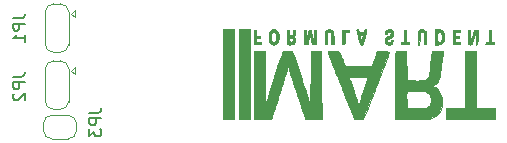
<source format=gbr>
%TF.GenerationSoftware,KiCad,Pcbnew,(5.1.8)-1*%
%TF.CreationDate,2021-05-07T13:22:02+02:00*%
%TF.ProjectId,Inputs_Volante,496e7075-7473-45f5-966f-6c616e74652e,rev?*%
%TF.SameCoordinates,Original*%
%TF.FileFunction,Legend,Bot*%
%TF.FilePolarity,Positive*%
%FSLAX46Y46*%
G04 Gerber Fmt 4.6, Leading zero omitted, Abs format (unit mm)*
G04 Created by KiCad (PCBNEW (5.1.8)-1) date 2021-05-07 13:22:02*
%MOMM*%
%LPD*%
G01*
G04 APERTURE LIST*
%ADD10C,0.010000*%
%ADD11C,0.120000*%
%ADD12C,0.150000*%
G04 APERTURE END LIST*
D10*
%TO.C,G\u002A\u002A\u002A*%
G36*
X108839000Y-93269514D02*
G01*
X107226100Y-93256100D01*
X107213142Y-88442800D01*
X106299000Y-88442800D01*
X106299000Y-90815623D01*
X106298838Y-91159078D01*
X106298368Y-91488467D01*
X106297612Y-91800192D01*
X106296594Y-92090654D01*
X106295337Y-92356255D01*
X106293863Y-92593397D01*
X106292196Y-92798481D01*
X106290359Y-92967911D01*
X106288374Y-93098086D01*
X106286265Y-93185410D01*
X106284055Y-93226284D01*
X106283582Y-93228623D01*
X106274481Y-93239932D01*
X106253351Y-93248931D01*
X106215007Y-93255875D01*
X106154262Y-93261021D01*
X106065929Y-93264625D01*
X105944822Y-93266944D01*
X105785756Y-93268234D01*
X105583542Y-93268751D01*
X105470782Y-93268800D01*
X104673400Y-93268800D01*
X104673400Y-94208600D01*
X108839000Y-94208600D01*
X108839000Y-93269514D01*
G37*
X108839000Y-93269514D02*
X107226100Y-93256100D01*
X107213142Y-88442800D01*
X106299000Y-88442800D01*
X106299000Y-90815623D01*
X106298838Y-91159078D01*
X106298368Y-91488467D01*
X106297612Y-91800192D01*
X106296594Y-92090654D01*
X106295337Y-92356255D01*
X106293863Y-92593397D01*
X106292196Y-92798481D01*
X106290359Y-92967911D01*
X106288374Y-93098086D01*
X106286265Y-93185410D01*
X106284055Y-93226284D01*
X106283582Y-93228623D01*
X106274481Y-93239932D01*
X106253351Y-93248931D01*
X106215007Y-93255875D01*
X106154262Y-93261021D01*
X106065929Y-93264625D01*
X105944822Y-93266944D01*
X105785756Y-93268234D01*
X105583542Y-93268751D01*
X105470782Y-93268800D01*
X104673400Y-93268800D01*
X104673400Y-94208600D01*
X108839000Y-94208600D01*
X108839000Y-93269514D01*
G36*
X101809550Y-94202494D02*
G01*
X102117538Y-94200487D01*
X102379069Y-94198399D01*
X102598485Y-94196084D01*
X102780130Y-94193395D01*
X102928345Y-94190185D01*
X103047474Y-94186309D01*
X103141859Y-94181618D01*
X103215843Y-94175967D01*
X103273769Y-94169209D01*
X103319978Y-94161196D01*
X103358815Y-94151783D01*
X103365300Y-94149946D01*
X103621838Y-94054099D01*
X103839495Y-93925919D01*
X104018474Y-93765116D01*
X104158977Y-93571399D01*
X104261207Y-93344476D01*
X104325368Y-93084057D01*
X104351662Y-92789851D01*
X104352384Y-92735400D01*
X104346057Y-92533190D01*
X104323516Y-92362580D01*
X104281333Y-92206005D01*
X104219078Y-92052381D01*
X104128291Y-91886978D01*
X104016192Y-91732094D01*
X103892113Y-91598208D01*
X103765383Y-91495803D01*
X103682332Y-91449444D01*
X103620579Y-91416265D01*
X103584792Y-91385556D01*
X103581200Y-91376500D01*
X103602351Y-91349610D01*
X103655336Y-91316300D01*
X103678778Y-91305125D01*
X103786314Y-91237018D01*
X103892622Y-91133473D01*
X103984368Y-91008387D01*
X104013723Y-90955982D01*
X104055242Y-90869937D01*
X104090563Y-90784107D01*
X104120990Y-90692022D01*
X104147828Y-90587210D01*
X104172379Y-90463199D01*
X104195948Y-90313519D01*
X104219839Y-90131696D01*
X104245355Y-89911261D01*
X104269541Y-89686380D01*
X104282567Y-89580532D01*
X104302767Y-89438410D01*
X104328054Y-89273686D01*
X104356341Y-89100034D01*
X104379976Y-88962480D01*
X104405787Y-88811964D01*
X104427234Y-88678682D01*
X104443141Y-88570660D01*
X104452333Y-88495921D01*
X104453632Y-88462492D01*
X104453365Y-88461850D01*
X104425497Y-88455823D01*
X104355005Y-88450581D01*
X104250062Y-88446447D01*
X104118843Y-88443746D01*
X103972603Y-88442800D01*
X103795668Y-88443715D01*
X103664441Y-88446683D01*
X103573858Y-88452039D01*
X103518855Y-88460117D01*
X103494369Y-88471253D01*
X103492423Y-88474550D01*
X103484372Y-88514685D01*
X103471944Y-88598067D01*
X103456037Y-88717416D01*
X103437546Y-88865453D01*
X103417370Y-89034900D01*
X103396404Y-89218478D01*
X103375545Y-89408906D01*
X103364895Y-89509600D01*
X103348440Y-89667028D01*
X103331257Y-89831035D01*
X103315276Y-89983236D01*
X103302425Y-90105243D01*
X103301327Y-90115633D01*
X103268665Y-90345098D01*
X103223314Y-90528713D01*
X103163811Y-90670170D01*
X103088690Y-90773163D01*
X103018555Y-90829025D01*
X102953619Y-90860580D01*
X102870592Y-90885423D01*
X102764090Y-90904060D01*
X102628732Y-90916996D01*
X102459134Y-90924737D01*
X102249916Y-90927788D01*
X101995693Y-90926656D01*
X101981000Y-90926490D01*
X101358700Y-90919300D01*
X101333300Y-88455500D01*
X100887249Y-88448584D01*
X100741564Y-88447291D01*
X100613793Y-88447989D01*
X100512480Y-88450484D01*
X100446163Y-88454581D01*
X100423699Y-88459167D01*
X100421396Y-88486370D01*
X100419182Y-88561146D01*
X100417076Y-88680269D01*
X100415098Y-88840511D01*
X100413266Y-89038645D01*
X100411602Y-89271446D01*
X100410124Y-89535687D01*
X100408852Y-89828139D01*
X100407806Y-90145578D01*
X100407005Y-90484775D01*
X100406469Y-90842505D01*
X100406217Y-91215540D01*
X100406200Y-91343833D01*
X100406200Y-92220847D01*
X101350315Y-92220847D01*
X101351006Y-92076668D01*
X101352611Y-91962298D01*
X101355068Y-91884729D01*
X101358313Y-91850948D01*
X101358322Y-91850926D01*
X101370193Y-91841089D01*
X101400583Y-91833523D01*
X101454343Y-91828077D01*
X101536326Y-91824599D01*
X101651385Y-91822938D01*
X101804371Y-91822944D01*
X102000138Y-91824465D01*
X102152498Y-91826192D01*
X102377625Y-91829262D01*
X102557935Y-91832585D01*
X102699410Y-91836535D01*
X102808031Y-91841483D01*
X102889783Y-91847803D01*
X102950646Y-91855866D01*
X102996603Y-91866046D01*
X103033636Y-91878715D01*
X103040260Y-91881478D01*
X103150216Y-91951542D01*
X103251048Y-92057112D01*
X103330414Y-92182999D01*
X103369956Y-92287343D01*
X103395178Y-92432554D01*
X103401113Y-92586944D01*
X103389100Y-92737043D01*
X103360479Y-92869378D01*
X103316589Y-92970479D01*
X103299725Y-92993811D01*
X103242452Y-93062439D01*
X103193392Y-93117935D01*
X103146560Y-93161692D01*
X103095969Y-93195100D01*
X103035634Y-93219552D01*
X102959568Y-93236439D01*
X102861786Y-93247152D01*
X102736302Y-93253084D01*
X102577128Y-93255626D01*
X102378281Y-93256170D01*
X102171500Y-93256100D01*
X101358700Y-93256100D01*
X101351923Y-92570679D01*
X101350600Y-92387848D01*
X101350315Y-92220847D01*
X100406200Y-92220847D01*
X100406200Y-94210999D01*
X101809550Y-94202494D01*
G37*
X101809550Y-94202494D02*
X102117538Y-94200487D01*
X102379069Y-94198399D01*
X102598485Y-94196084D01*
X102780130Y-94193395D01*
X102928345Y-94190185D01*
X103047474Y-94186309D01*
X103141859Y-94181618D01*
X103215843Y-94175967D01*
X103273769Y-94169209D01*
X103319978Y-94161196D01*
X103358815Y-94151783D01*
X103365300Y-94149946D01*
X103621838Y-94054099D01*
X103839495Y-93925919D01*
X104018474Y-93765116D01*
X104158977Y-93571399D01*
X104261207Y-93344476D01*
X104325368Y-93084057D01*
X104351662Y-92789851D01*
X104352384Y-92735400D01*
X104346057Y-92533190D01*
X104323516Y-92362580D01*
X104281333Y-92206005D01*
X104219078Y-92052381D01*
X104128291Y-91886978D01*
X104016192Y-91732094D01*
X103892113Y-91598208D01*
X103765383Y-91495803D01*
X103682332Y-91449444D01*
X103620579Y-91416265D01*
X103584792Y-91385556D01*
X103581200Y-91376500D01*
X103602351Y-91349610D01*
X103655336Y-91316300D01*
X103678778Y-91305125D01*
X103786314Y-91237018D01*
X103892622Y-91133473D01*
X103984368Y-91008387D01*
X104013723Y-90955982D01*
X104055242Y-90869937D01*
X104090563Y-90784107D01*
X104120990Y-90692022D01*
X104147828Y-90587210D01*
X104172379Y-90463199D01*
X104195948Y-90313519D01*
X104219839Y-90131696D01*
X104245355Y-89911261D01*
X104269541Y-89686380D01*
X104282567Y-89580532D01*
X104302767Y-89438410D01*
X104328054Y-89273686D01*
X104356341Y-89100034D01*
X104379976Y-88962480D01*
X104405787Y-88811964D01*
X104427234Y-88678682D01*
X104443141Y-88570660D01*
X104452333Y-88495921D01*
X104453632Y-88462492D01*
X104453365Y-88461850D01*
X104425497Y-88455823D01*
X104355005Y-88450581D01*
X104250062Y-88446447D01*
X104118843Y-88443746D01*
X103972603Y-88442800D01*
X103795668Y-88443715D01*
X103664441Y-88446683D01*
X103573858Y-88452039D01*
X103518855Y-88460117D01*
X103494369Y-88471253D01*
X103492423Y-88474550D01*
X103484372Y-88514685D01*
X103471944Y-88598067D01*
X103456037Y-88717416D01*
X103437546Y-88865453D01*
X103417370Y-89034900D01*
X103396404Y-89218478D01*
X103375545Y-89408906D01*
X103364895Y-89509600D01*
X103348440Y-89667028D01*
X103331257Y-89831035D01*
X103315276Y-89983236D01*
X103302425Y-90105243D01*
X103301327Y-90115633D01*
X103268665Y-90345098D01*
X103223314Y-90528713D01*
X103163811Y-90670170D01*
X103088690Y-90773163D01*
X103018555Y-90829025D01*
X102953619Y-90860580D01*
X102870592Y-90885423D01*
X102764090Y-90904060D01*
X102628732Y-90916996D01*
X102459134Y-90924737D01*
X102249916Y-90927788D01*
X101995693Y-90926656D01*
X101981000Y-90926490D01*
X101358700Y-90919300D01*
X101333300Y-88455500D01*
X100887249Y-88448584D01*
X100741564Y-88447291D01*
X100613793Y-88447989D01*
X100512480Y-88450484D01*
X100446163Y-88454581D01*
X100423699Y-88459167D01*
X100421396Y-88486370D01*
X100419182Y-88561146D01*
X100417076Y-88680269D01*
X100415098Y-88840511D01*
X100413266Y-89038645D01*
X100411602Y-89271446D01*
X100410124Y-89535687D01*
X100408852Y-89828139D01*
X100407806Y-90145578D01*
X100407005Y-90484775D01*
X100406469Y-90842505D01*
X100406217Y-91215540D01*
X100406200Y-91343833D01*
X100406200Y-92220847D01*
X101350315Y-92220847D01*
X101351006Y-92076668D01*
X101352611Y-91962298D01*
X101355068Y-91884729D01*
X101358313Y-91850948D01*
X101358322Y-91850926D01*
X101370193Y-91841089D01*
X101400583Y-91833523D01*
X101454343Y-91828077D01*
X101536326Y-91824599D01*
X101651385Y-91822938D01*
X101804371Y-91822944D01*
X102000138Y-91824465D01*
X102152498Y-91826192D01*
X102377625Y-91829262D01*
X102557935Y-91832585D01*
X102699410Y-91836535D01*
X102808031Y-91841483D01*
X102889783Y-91847803D01*
X102950646Y-91855866D01*
X102996603Y-91866046D01*
X103033636Y-91878715D01*
X103040260Y-91881478D01*
X103150216Y-91951542D01*
X103251048Y-92057112D01*
X103330414Y-92182999D01*
X103369956Y-92287343D01*
X103395178Y-92432554D01*
X103401113Y-92586944D01*
X103389100Y-92737043D01*
X103360479Y-92869378D01*
X103316589Y-92970479D01*
X103299725Y-92993811D01*
X103242452Y-93062439D01*
X103193392Y-93117935D01*
X103146560Y-93161692D01*
X103095969Y-93195100D01*
X103035634Y-93219552D01*
X102959568Y-93236439D01*
X102861786Y-93247152D01*
X102736302Y-93253084D01*
X102577128Y-93255626D01*
X102378281Y-93256170D01*
X102171500Y-93256100D01*
X101358700Y-93256100D01*
X101351923Y-92570679D01*
X101350600Y-92387848D01*
X101350315Y-92220847D01*
X100406200Y-92220847D01*
X100406200Y-94210999D01*
X101809550Y-94202494D01*
G36*
X97987039Y-93459300D02*
G01*
X98073296Y-93237565D01*
X98167291Y-92995726D01*
X98263647Y-92747633D01*
X98356988Y-92507134D01*
X98441935Y-92288078D01*
X98504796Y-92125800D01*
X98576130Y-91941680D01*
X98648743Y-91754543D01*
X98718286Y-91575576D01*
X98780413Y-91415963D01*
X98830774Y-91286892D01*
X98850380Y-91236800D01*
X98905923Y-91094530D01*
X98965254Y-90941564D01*
X99020104Y-90799261D01*
X99051914Y-90716100D01*
X99174742Y-90394698D01*
X99295374Y-90081972D01*
X99384559Y-89852500D01*
X99507992Y-89535242D01*
X99613265Y-89263561D01*
X99700993Y-89035836D01*
X99771793Y-88850441D01*
X99826280Y-88705753D01*
X99865070Y-88600147D01*
X99888779Y-88532000D01*
X99898022Y-88499688D01*
X99898200Y-88497730D01*
X99882321Y-88486929D01*
X99832121Y-88478802D01*
X99743753Y-88473129D01*
X99613370Y-88469690D01*
X99437126Y-88468268D01*
X99379831Y-88468200D01*
X98861463Y-88468200D01*
X98810679Y-88614250D01*
X98787742Y-88678665D01*
X98751729Y-88777974D01*
X98706116Y-88902763D01*
X98654379Y-89043617D01*
X98599994Y-89191122D01*
X98546436Y-89335862D01*
X98497182Y-89468425D01*
X98455708Y-89579395D01*
X98425489Y-89659357D01*
X98412023Y-89694010D01*
X98405143Y-89704662D01*
X98390949Y-89713427D01*
X98364998Y-89720453D01*
X98322849Y-89725887D01*
X98260060Y-89729877D01*
X98172189Y-89732569D01*
X98054794Y-89734113D01*
X97903433Y-89734653D01*
X97713665Y-89734340D01*
X97481048Y-89733319D01*
X97264199Y-89732110D01*
X96134432Y-89725500D01*
X95995215Y-89357200D01*
X95938795Y-89207491D01*
X95881127Y-89053692D01*
X95828110Y-88911591D01*
X95785647Y-88796973D01*
X95776836Y-88773000D01*
X95736881Y-88661628D01*
X95704817Y-88578421D01*
X95672857Y-88519307D01*
X95633212Y-88480212D01*
X95578092Y-88457063D01*
X95499708Y-88445785D01*
X95390273Y-88442306D01*
X95241998Y-88442553D01*
X95145478Y-88442800D01*
X94973821Y-88443407D01*
X94846908Y-88445524D01*
X94758694Y-88449597D01*
X94703134Y-88456070D01*
X94674185Y-88465388D01*
X94665800Y-88477996D01*
X94665800Y-88478113D01*
X94674751Y-88512920D01*
X94699208Y-88585332D01*
X94735572Y-88685882D01*
X94780249Y-88805103D01*
X94829639Y-88933527D01*
X94880147Y-89061688D01*
X94928176Y-89180118D01*
X94970128Y-89279351D01*
X94970848Y-89281000D01*
X94992288Y-89332358D01*
X95029645Y-89424325D01*
X95080253Y-89550232D01*
X95141443Y-89703408D01*
X95210549Y-89877186D01*
X95284902Y-90064895D01*
X95326414Y-90170000D01*
X95402483Y-90362466D01*
X95474728Y-90544613D01*
X95522779Y-90665300D01*
X96494868Y-90665300D01*
X96519946Y-90657488D01*
X96594530Y-90651507D01*
X96717361Y-90647389D01*
X96887177Y-90645166D01*
X97102717Y-90644869D01*
X97275643Y-90645790D01*
X97495649Y-90647610D01*
X97670073Y-90649613D01*
X97804135Y-90652137D01*
X97903054Y-90655524D01*
X97972048Y-90660116D01*
X98016335Y-90666253D01*
X98041136Y-90674276D01*
X98051668Y-90684526D01*
X98053215Y-90696590D01*
X98044370Y-90730821D01*
X98021765Y-90803717D01*
X97988540Y-90906036D01*
X97947834Y-91028538D01*
X97902788Y-91161980D01*
X97856542Y-91297121D01*
X97812237Y-91424720D01*
X97773012Y-91535536D01*
X97742008Y-91620328D01*
X97722922Y-91668600D01*
X97704245Y-91718929D01*
X97700170Y-91733955D01*
X97690253Y-91766794D01*
X97667112Y-91838248D01*
X97633867Y-91938832D01*
X97593636Y-92059059D01*
X97579079Y-92102255D01*
X97520656Y-92279283D01*
X97465440Y-92453971D01*
X97416041Y-92617432D01*
X97375066Y-92760778D01*
X97345123Y-92875120D01*
X97328820Y-92951570D01*
X97327786Y-92958657D01*
X97315805Y-93005971D01*
X97297310Y-93010679D01*
X97271472Y-92971225D01*
X97237461Y-92886056D01*
X97194447Y-92753617D01*
X97164549Y-92652809D01*
X97133220Y-92545941D01*
X97102316Y-92444061D01*
X97069630Y-92340727D01*
X97032959Y-92229497D01*
X96990098Y-92103930D01*
X96938843Y-91957583D01*
X96876988Y-91784014D01*
X96802330Y-91576781D01*
X96712664Y-91329442D01*
X96695556Y-91282355D01*
X96619486Y-91069944D01*
X96561094Y-90900077D01*
X96520781Y-90773993D01*
X96498952Y-90692933D01*
X96494868Y-90665300D01*
X95522779Y-90665300D01*
X95540485Y-90709771D01*
X95597089Y-90851272D01*
X95641876Y-90962447D01*
X95672181Y-91036626D01*
X95681607Y-91059000D01*
X95702109Y-91108259D01*
X95738902Y-91198730D01*
X95789573Y-91324397D01*
X95851707Y-91479241D01*
X95922891Y-91657246D01*
X96000708Y-91852393D01*
X96082746Y-92058665D01*
X96089234Y-92075000D01*
X96171696Y-92282524D01*
X96250247Y-92479960D01*
X96322443Y-92661188D01*
X96385844Y-92820087D01*
X96438007Y-92950537D01*
X96476489Y-93046417D01*
X96498849Y-93101607D01*
X96499711Y-93103700D01*
X96525471Y-93166743D01*
X96566258Y-93267285D01*
X96618172Y-93395685D01*
X96677316Y-93542298D01*
X96739790Y-93697481D01*
X96746152Y-93713300D01*
X96940195Y-94195900D01*
X97700338Y-94195900D01*
X97987039Y-93459300D01*
G37*
X97987039Y-93459300D02*
X98073296Y-93237565D01*
X98167291Y-92995726D01*
X98263647Y-92747633D01*
X98356988Y-92507134D01*
X98441935Y-92288078D01*
X98504796Y-92125800D01*
X98576130Y-91941680D01*
X98648743Y-91754543D01*
X98718286Y-91575576D01*
X98780413Y-91415963D01*
X98830774Y-91286892D01*
X98850380Y-91236800D01*
X98905923Y-91094530D01*
X98965254Y-90941564D01*
X99020104Y-90799261D01*
X99051914Y-90716100D01*
X99174742Y-90394698D01*
X99295374Y-90081972D01*
X99384559Y-89852500D01*
X99507992Y-89535242D01*
X99613265Y-89263561D01*
X99700993Y-89035836D01*
X99771793Y-88850441D01*
X99826280Y-88705753D01*
X99865070Y-88600147D01*
X99888779Y-88532000D01*
X99898022Y-88499688D01*
X99898200Y-88497730D01*
X99882321Y-88486929D01*
X99832121Y-88478802D01*
X99743753Y-88473129D01*
X99613370Y-88469690D01*
X99437126Y-88468268D01*
X99379831Y-88468200D01*
X98861463Y-88468200D01*
X98810679Y-88614250D01*
X98787742Y-88678665D01*
X98751729Y-88777974D01*
X98706116Y-88902763D01*
X98654379Y-89043617D01*
X98599994Y-89191122D01*
X98546436Y-89335862D01*
X98497182Y-89468425D01*
X98455708Y-89579395D01*
X98425489Y-89659357D01*
X98412023Y-89694010D01*
X98405143Y-89704662D01*
X98390949Y-89713427D01*
X98364998Y-89720453D01*
X98322849Y-89725887D01*
X98260060Y-89729877D01*
X98172189Y-89732569D01*
X98054794Y-89734113D01*
X97903433Y-89734653D01*
X97713665Y-89734340D01*
X97481048Y-89733319D01*
X97264199Y-89732110D01*
X96134432Y-89725500D01*
X95995215Y-89357200D01*
X95938795Y-89207491D01*
X95881127Y-89053692D01*
X95828110Y-88911591D01*
X95785647Y-88796973D01*
X95776836Y-88773000D01*
X95736881Y-88661628D01*
X95704817Y-88578421D01*
X95672857Y-88519307D01*
X95633212Y-88480212D01*
X95578092Y-88457063D01*
X95499708Y-88445785D01*
X95390273Y-88442306D01*
X95241998Y-88442553D01*
X95145478Y-88442800D01*
X94973821Y-88443407D01*
X94846908Y-88445524D01*
X94758694Y-88449597D01*
X94703134Y-88456070D01*
X94674185Y-88465388D01*
X94665800Y-88477996D01*
X94665800Y-88478113D01*
X94674751Y-88512920D01*
X94699208Y-88585332D01*
X94735572Y-88685882D01*
X94780249Y-88805103D01*
X94829639Y-88933527D01*
X94880147Y-89061688D01*
X94928176Y-89180118D01*
X94970128Y-89279351D01*
X94970848Y-89281000D01*
X94992288Y-89332358D01*
X95029645Y-89424325D01*
X95080253Y-89550232D01*
X95141443Y-89703408D01*
X95210549Y-89877186D01*
X95284902Y-90064895D01*
X95326414Y-90170000D01*
X95402483Y-90362466D01*
X95474728Y-90544613D01*
X95522779Y-90665300D01*
X96494868Y-90665300D01*
X96519946Y-90657488D01*
X96594530Y-90651507D01*
X96717361Y-90647389D01*
X96887177Y-90645166D01*
X97102717Y-90644869D01*
X97275643Y-90645790D01*
X97495649Y-90647610D01*
X97670073Y-90649613D01*
X97804135Y-90652137D01*
X97903054Y-90655524D01*
X97972048Y-90660116D01*
X98016335Y-90666253D01*
X98041136Y-90674276D01*
X98051668Y-90684526D01*
X98053215Y-90696590D01*
X98044370Y-90730821D01*
X98021765Y-90803717D01*
X97988540Y-90906036D01*
X97947834Y-91028538D01*
X97902788Y-91161980D01*
X97856542Y-91297121D01*
X97812237Y-91424720D01*
X97773012Y-91535536D01*
X97742008Y-91620328D01*
X97722922Y-91668600D01*
X97704245Y-91718929D01*
X97700170Y-91733955D01*
X97690253Y-91766794D01*
X97667112Y-91838248D01*
X97633867Y-91938832D01*
X97593636Y-92059059D01*
X97579079Y-92102255D01*
X97520656Y-92279283D01*
X97465440Y-92453971D01*
X97416041Y-92617432D01*
X97375066Y-92760778D01*
X97345123Y-92875120D01*
X97328820Y-92951570D01*
X97327786Y-92958657D01*
X97315805Y-93005971D01*
X97297310Y-93010679D01*
X97271472Y-92971225D01*
X97237461Y-92886056D01*
X97194447Y-92753617D01*
X97164549Y-92652809D01*
X97133220Y-92545941D01*
X97102316Y-92444061D01*
X97069630Y-92340727D01*
X97032959Y-92229497D01*
X96990098Y-92103930D01*
X96938843Y-91957583D01*
X96876988Y-91784014D01*
X96802330Y-91576781D01*
X96712664Y-91329442D01*
X96695556Y-91282355D01*
X96619486Y-91069944D01*
X96561094Y-90900077D01*
X96520781Y-90773993D01*
X96498952Y-90692933D01*
X96494868Y-90665300D01*
X95522779Y-90665300D01*
X95540485Y-90709771D01*
X95597089Y-90851272D01*
X95641876Y-90962447D01*
X95672181Y-91036626D01*
X95681607Y-91059000D01*
X95702109Y-91108259D01*
X95738902Y-91198730D01*
X95789573Y-91324397D01*
X95851707Y-91479241D01*
X95922891Y-91657246D01*
X96000708Y-91852393D01*
X96082746Y-92058665D01*
X96089234Y-92075000D01*
X96171696Y-92282524D01*
X96250247Y-92479960D01*
X96322443Y-92661188D01*
X96385844Y-92820087D01*
X96438007Y-92950537D01*
X96476489Y-93046417D01*
X96498849Y-93101607D01*
X96499711Y-93103700D01*
X96525471Y-93166743D01*
X96566258Y-93267285D01*
X96618172Y-93395685D01*
X96677316Y-93542298D01*
X96739790Y-93697481D01*
X96746152Y-93713300D01*
X96940195Y-94195900D01*
X97700338Y-94195900D01*
X97987039Y-93459300D01*
G36*
X89895104Y-94195900D02*
G01*
X89940770Y-94056200D01*
X89963304Y-93986488D01*
X89997682Y-93879163D01*
X90040451Y-93745051D01*
X90088157Y-93594983D01*
X90131168Y-93459300D01*
X90188389Y-93278692D01*
X90251303Y-93080356D01*
X90314004Y-92882895D01*
X90370588Y-92704910D01*
X90397267Y-92621100D01*
X90447896Y-92462051D01*
X90507967Y-92273170D01*
X90571567Y-92073053D01*
X90632788Y-91880293D01*
X90663700Y-91782900D01*
X90715423Y-91620343D01*
X90767579Y-91457231D01*
X90816001Y-91306541D01*
X90856520Y-91181248D01*
X90879859Y-91109800D01*
X90922573Y-90977749D01*
X90970360Y-90826452D01*
X91013927Y-90685389D01*
X91020017Y-90665300D01*
X91055018Y-90550709D01*
X91088854Y-90442066D01*
X91115913Y-90357322D01*
X91123258Y-90335100D01*
X91158812Y-90224185D01*
X91194783Y-90103274D01*
X91227289Y-89986403D01*
X91252446Y-89887607D01*
X91266374Y-89820923D01*
X91267273Y-89814400D01*
X91285032Y-89766597D01*
X91309881Y-89750900D01*
X91334786Y-89775812D01*
X91365455Y-89849414D01*
X91401204Y-89970009D01*
X91407002Y-89992200D01*
X91428084Y-90067702D01*
X91462341Y-90181474D01*
X91510077Y-90334441D01*
X91571593Y-90527528D01*
X91647190Y-90761661D01*
X91737173Y-91037765D01*
X91841842Y-91356764D01*
X91961499Y-91719585D01*
X92096448Y-92127151D01*
X92246990Y-92580389D01*
X92413428Y-93080224D01*
X92522923Y-93408500D01*
X92586158Y-93598141D01*
X92643938Y-93771742D01*
X92694375Y-93923603D01*
X92735579Y-94048021D01*
X92765661Y-94139295D01*
X92782730Y-94191722D01*
X92785953Y-94202250D01*
X92810329Y-94203924D01*
X92878958Y-94205431D01*
X92985293Y-94206714D01*
X93122787Y-94207710D01*
X93284892Y-94208359D01*
X93465063Y-94208600D01*
X94158017Y-94208600D01*
X94151558Y-91332050D01*
X94145100Y-88455500D01*
X93230700Y-88455500D01*
X93225185Y-90754200D01*
X93224348Y-91092810D01*
X93223497Y-91417765D01*
X93222645Y-91725359D01*
X93221805Y-92011884D01*
X93220987Y-92273633D01*
X93220206Y-92506898D01*
X93219473Y-92707972D01*
X93218801Y-92873147D01*
X93218202Y-92998717D01*
X93217689Y-93080972D01*
X93217274Y-93116207D01*
X93217267Y-93116400D01*
X93213602Y-93138517D01*
X93204471Y-93132188D01*
X93188687Y-93093765D01*
X93165061Y-93019603D01*
X93132407Y-92906056D01*
X93089534Y-92749475D01*
X93051768Y-92608400D01*
X93029075Y-92523117D01*
X93008970Y-92448207D01*
X92989962Y-92378987D01*
X92970556Y-92310768D01*
X92949259Y-92238865D01*
X92924579Y-92158590D01*
X92895023Y-92065258D01*
X92859096Y-91954181D01*
X92815307Y-91820673D01*
X92762162Y-91660048D01*
X92698168Y-91467619D01*
X92621832Y-91238699D01*
X92531661Y-90968603D01*
X92481271Y-90817700D01*
X92395024Y-90559322D01*
X92305954Y-90292336D01*
X92216969Y-90025467D01*
X92130976Y-89767440D01*
X92050882Y-89526980D01*
X91979596Y-89312811D01*
X91920024Y-89133660D01*
X91895143Y-89058750D01*
X91690675Y-88442800D01*
X90885401Y-88442800D01*
X90845255Y-88550750D01*
X90816607Y-88630846D01*
X90774335Y-88753308D01*
X90720080Y-88913127D01*
X90655484Y-89105297D01*
X90582190Y-89324809D01*
X90501837Y-89566655D01*
X90416070Y-89825827D01*
X90326528Y-90097318D01*
X90234855Y-90376118D01*
X90142691Y-90657221D01*
X90051678Y-90935619D01*
X89963459Y-91206302D01*
X89879674Y-91464264D01*
X89801967Y-91704496D01*
X89731977Y-91921990D01*
X89671348Y-92111739D01*
X89621721Y-92268734D01*
X89584737Y-92387967D01*
X89562038Y-92464431D01*
X89560847Y-92468700D01*
X89522548Y-92606328D01*
X89487255Y-92731791D01*
X89457969Y-92834522D01*
X89437691Y-92903954D01*
X89432000Y-92922468D01*
X89419198Y-92980796D01*
X89421559Y-93016191D01*
X89418409Y-93049925D01*
X89393500Y-93104431D01*
X89389505Y-93111174D01*
X89381913Y-93122092D01*
X89375242Y-93126349D01*
X89369446Y-93121018D01*
X89364477Y-93103171D01*
X89360287Y-93069882D01*
X89356827Y-93018223D01*
X89354051Y-92945267D01*
X89351911Y-92848087D01*
X89350358Y-92723755D01*
X89349346Y-92569345D01*
X89348826Y-92381928D01*
X89348750Y-92158579D01*
X89349072Y-91896369D01*
X89349743Y-91592372D01*
X89350716Y-91243660D01*
X89351942Y-90847306D01*
X89352048Y-90814001D01*
X89359597Y-88442800D01*
X88468200Y-88442800D01*
X88468200Y-94209392D01*
X89895104Y-94195900D01*
G37*
X89895104Y-94195900D02*
X89940770Y-94056200D01*
X89963304Y-93986488D01*
X89997682Y-93879163D01*
X90040451Y-93745051D01*
X90088157Y-93594983D01*
X90131168Y-93459300D01*
X90188389Y-93278692D01*
X90251303Y-93080356D01*
X90314004Y-92882895D01*
X90370588Y-92704910D01*
X90397267Y-92621100D01*
X90447896Y-92462051D01*
X90507967Y-92273170D01*
X90571567Y-92073053D01*
X90632788Y-91880293D01*
X90663700Y-91782900D01*
X90715423Y-91620343D01*
X90767579Y-91457231D01*
X90816001Y-91306541D01*
X90856520Y-91181248D01*
X90879859Y-91109800D01*
X90922573Y-90977749D01*
X90970360Y-90826452D01*
X91013927Y-90685389D01*
X91020017Y-90665300D01*
X91055018Y-90550709D01*
X91088854Y-90442066D01*
X91115913Y-90357322D01*
X91123258Y-90335100D01*
X91158812Y-90224185D01*
X91194783Y-90103274D01*
X91227289Y-89986403D01*
X91252446Y-89887607D01*
X91266374Y-89820923D01*
X91267273Y-89814400D01*
X91285032Y-89766597D01*
X91309881Y-89750900D01*
X91334786Y-89775812D01*
X91365455Y-89849414D01*
X91401204Y-89970009D01*
X91407002Y-89992200D01*
X91428084Y-90067702D01*
X91462341Y-90181474D01*
X91510077Y-90334441D01*
X91571593Y-90527528D01*
X91647190Y-90761661D01*
X91737173Y-91037765D01*
X91841842Y-91356764D01*
X91961499Y-91719585D01*
X92096448Y-92127151D01*
X92246990Y-92580389D01*
X92413428Y-93080224D01*
X92522923Y-93408500D01*
X92586158Y-93598141D01*
X92643938Y-93771742D01*
X92694375Y-93923603D01*
X92735579Y-94048021D01*
X92765661Y-94139295D01*
X92782730Y-94191722D01*
X92785953Y-94202250D01*
X92810329Y-94203924D01*
X92878958Y-94205431D01*
X92985293Y-94206714D01*
X93122787Y-94207710D01*
X93284892Y-94208359D01*
X93465063Y-94208600D01*
X94158017Y-94208600D01*
X94151558Y-91332050D01*
X94145100Y-88455500D01*
X93230700Y-88455500D01*
X93225185Y-90754200D01*
X93224348Y-91092810D01*
X93223497Y-91417765D01*
X93222645Y-91725359D01*
X93221805Y-92011884D01*
X93220987Y-92273633D01*
X93220206Y-92506898D01*
X93219473Y-92707972D01*
X93218801Y-92873147D01*
X93218202Y-92998717D01*
X93217689Y-93080972D01*
X93217274Y-93116207D01*
X93217267Y-93116400D01*
X93213602Y-93138517D01*
X93204471Y-93132188D01*
X93188687Y-93093765D01*
X93165061Y-93019603D01*
X93132407Y-92906056D01*
X93089534Y-92749475D01*
X93051768Y-92608400D01*
X93029075Y-92523117D01*
X93008970Y-92448207D01*
X92989962Y-92378987D01*
X92970556Y-92310768D01*
X92949259Y-92238865D01*
X92924579Y-92158590D01*
X92895023Y-92065258D01*
X92859096Y-91954181D01*
X92815307Y-91820673D01*
X92762162Y-91660048D01*
X92698168Y-91467619D01*
X92621832Y-91238699D01*
X92531661Y-90968603D01*
X92481271Y-90817700D01*
X92395024Y-90559322D01*
X92305954Y-90292336D01*
X92216969Y-90025467D01*
X92130976Y-89767440D01*
X92050882Y-89526980D01*
X91979596Y-89312811D01*
X91920024Y-89133660D01*
X91895143Y-89058750D01*
X91690675Y-88442800D01*
X90885401Y-88442800D01*
X90845255Y-88550750D01*
X90816607Y-88630846D01*
X90774335Y-88753308D01*
X90720080Y-88913127D01*
X90655484Y-89105297D01*
X90582190Y-89324809D01*
X90501837Y-89566655D01*
X90416070Y-89825827D01*
X90326528Y-90097318D01*
X90234855Y-90376118D01*
X90142691Y-90657221D01*
X90051678Y-90935619D01*
X89963459Y-91206302D01*
X89879674Y-91464264D01*
X89801967Y-91704496D01*
X89731977Y-91921990D01*
X89671348Y-92111739D01*
X89621721Y-92268734D01*
X89584737Y-92387967D01*
X89562038Y-92464431D01*
X89560847Y-92468700D01*
X89522548Y-92606328D01*
X89487255Y-92731791D01*
X89457969Y-92834522D01*
X89437691Y-92903954D01*
X89432000Y-92922468D01*
X89419198Y-92980796D01*
X89421559Y-93016191D01*
X89418409Y-93049925D01*
X89393500Y-93104431D01*
X89389505Y-93111174D01*
X89381913Y-93122092D01*
X89375242Y-93126349D01*
X89369446Y-93121018D01*
X89364477Y-93103171D01*
X89360287Y-93069882D01*
X89356827Y-93018223D01*
X89354051Y-92945267D01*
X89351911Y-92848087D01*
X89350358Y-92723755D01*
X89349346Y-92569345D01*
X89348826Y-92381928D01*
X89348750Y-92158579D01*
X89349072Y-91896369D01*
X89349743Y-91592372D01*
X89350716Y-91243660D01*
X89351942Y-90847306D01*
X89352048Y-90814001D01*
X89359597Y-88442800D01*
X88468200Y-88442800D01*
X88468200Y-94209392D01*
X89895104Y-94195900D01*
G36*
X108669155Y-87850766D02*
G01*
X108740457Y-87842780D01*
X108762704Y-87833355D01*
X108771276Y-87790567D01*
X108768319Y-87732291D01*
X108757012Y-87686494D01*
X108730847Y-87663212D01*
X108674944Y-87652984D01*
X108639455Y-87650332D01*
X108521500Y-87642700D01*
X108507748Y-86614000D01*
X108418576Y-86614000D01*
X108349446Y-86624115D01*
X108315461Y-86650339D01*
X108311471Y-86686358D01*
X108308835Y-86764441D01*
X108307650Y-86875865D01*
X108308010Y-87011911D01*
X108309908Y-87158088D01*
X108312932Y-87328644D01*
X108313662Y-87455010D01*
X108309985Y-87543797D01*
X108299792Y-87601615D01*
X108280972Y-87635074D01*
X108251414Y-87650785D01*
X108209009Y-87655357D01*
X108151645Y-87655401D01*
X108151122Y-87655400D01*
X108087524Y-87659734D01*
X108051706Y-87670526D01*
X108049041Y-87674450D01*
X108046044Y-87711439D01*
X108042691Y-87769700D01*
X108038900Y-87845900D01*
X108392540Y-87852996D01*
X108552249Y-87854221D01*
X108669155Y-87850766D01*
G37*
X108669155Y-87850766D02*
X108740457Y-87842780D01*
X108762704Y-87833355D01*
X108771276Y-87790567D01*
X108768319Y-87732291D01*
X108757012Y-87686494D01*
X108730847Y-87663212D01*
X108674944Y-87652984D01*
X108639455Y-87650332D01*
X108521500Y-87642700D01*
X108507748Y-86614000D01*
X108418576Y-86614000D01*
X108349446Y-86624115D01*
X108315461Y-86650339D01*
X108311471Y-86686358D01*
X108308835Y-86764441D01*
X108307650Y-86875865D01*
X108308010Y-87011911D01*
X108309908Y-87158088D01*
X108312932Y-87328644D01*
X108313662Y-87455010D01*
X108309985Y-87543797D01*
X108299792Y-87601615D01*
X108280972Y-87635074D01*
X108251414Y-87650785D01*
X108209009Y-87655357D01*
X108151645Y-87655401D01*
X108151122Y-87655400D01*
X108087524Y-87659734D01*
X108051706Y-87670526D01*
X108049041Y-87674450D01*
X108046044Y-87711439D01*
X108042691Y-87769700D01*
X108038900Y-87845900D01*
X108392540Y-87852996D01*
X108552249Y-87854221D01*
X108669155Y-87850766D01*
G36*
X106764006Y-87882156D02*
G01*
X106825340Y-87869352D01*
X106849881Y-87852250D01*
X106866365Y-87815732D01*
X106894878Y-87742007D01*
X106931551Y-87642122D01*
X106972516Y-87527119D01*
X107013907Y-87408043D01*
X107051855Y-87295936D01*
X107082493Y-87201845D01*
X107101953Y-87136811D01*
X107105615Y-87122000D01*
X107130545Y-87050533D01*
X107153596Y-87008399D01*
X107167117Y-86988382D01*
X107177170Y-86977238D01*
X107184333Y-86980840D01*
X107189181Y-87005062D01*
X107192294Y-87055777D01*
X107194246Y-87138858D01*
X107195617Y-87260179D01*
X107196982Y-87425613D01*
X107197202Y-87452200D01*
X107200700Y-87871300D01*
X107260779Y-87879801D01*
X107318049Y-87876485D01*
X107346874Y-87862286D01*
X107352668Y-87832234D01*
X107357946Y-87759522D01*
X107362576Y-87652290D01*
X107366429Y-87518676D01*
X107369375Y-87366819D01*
X107371285Y-87204858D01*
X107372027Y-87040932D01*
X107371473Y-86883180D01*
X107369491Y-86739741D01*
X107366510Y-86633050D01*
X107343144Y-86622521D01*
X107283737Y-86615603D01*
X107228853Y-86614000D01*
X107148843Y-86616106D01*
X107105038Y-86626750D01*
X107082887Y-86652418D01*
X107072174Y-86683850D01*
X107055740Y-86741358D01*
X107044815Y-86775724D01*
X107031143Y-86812707D01*
X107029436Y-86817200D01*
X107016598Y-86853739D01*
X106990872Y-86929019D01*
X106955463Y-87033598D01*
X106913572Y-87158032D01*
X106891930Y-87222559D01*
X106768900Y-87589817D01*
X106762001Y-87101909D01*
X106755103Y-86614000D01*
X106580189Y-86614000D01*
X106572944Y-87212792D01*
X106571728Y-87383671D01*
X106572240Y-87538645D01*
X106574325Y-87670138D01*
X106577827Y-87770572D01*
X106582590Y-87832369D01*
X106586012Y-87847792D01*
X106623546Y-87871024D01*
X106689809Y-87882596D01*
X106764006Y-87882156D01*
G37*
X106764006Y-87882156D02*
X106825340Y-87869352D01*
X106849881Y-87852250D01*
X106866365Y-87815732D01*
X106894878Y-87742007D01*
X106931551Y-87642122D01*
X106972516Y-87527119D01*
X107013907Y-87408043D01*
X107051855Y-87295936D01*
X107082493Y-87201845D01*
X107101953Y-87136811D01*
X107105615Y-87122000D01*
X107130545Y-87050533D01*
X107153596Y-87008399D01*
X107167117Y-86988382D01*
X107177170Y-86977238D01*
X107184333Y-86980840D01*
X107189181Y-87005062D01*
X107192294Y-87055777D01*
X107194246Y-87138858D01*
X107195617Y-87260179D01*
X107196982Y-87425613D01*
X107197202Y-87452200D01*
X107200700Y-87871300D01*
X107260779Y-87879801D01*
X107318049Y-87876485D01*
X107346874Y-87862286D01*
X107352668Y-87832234D01*
X107357946Y-87759522D01*
X107362576Y-87652290D01*
X107366429Y-87518676D01*
X107369375Y-87366819D01*
X107371285Y-87204858D01*
X107372027Y-87040932D01*
X107371473Y-86883180D01*
X107369491Y-86739741D01*
X107366510Y-86633050D01*
X107343144Y-86622521D01*
X107283737Y-86615603D01*
X107228853Y-86614000D01*
X107148843Y-86616106D01*
X107105038Y-86626750D01*
X107082887Y-86652418D01*
X107072174Y-86683850D01*
X107055740Y-86741358D01*
X107044815Y-86775724D01*
X107031143Y-86812707D01*
X107029436Y-86817200D01*
X107016598Y-86853739D01*
X106990872Y-86929019D01*
X106955463Y-87033598D01*
X106913572Y-87158032D01*
X106891930Y-87222559D01*
X106768900Y-87589817D01*
X106762001Y-87101909D01*
X106755103Y-86614000D01*
X106580189Y-86614000D01*
X106572944Y-87212792D01*
X106571728Y-87383671D01*
X106572240Y-87538645D01*
X106574325Y-87670138D01*
X106577827Y-87770572D01*
X106582590Y-87832369D01*
X106586012Y-87847792D01*
X106623546Y-87871024D01*
X106689809Y-87882596D01*
X106764006Y-87882156D01*
G36*
X105556050Y-87853057D02*
G01*
X105854500Y-87845900D01*
X105854500Y-87668100D01*
X105448100Y-87642700D01*
X105440336Y-87535721D01*
X105442105Y-87454529D01*
X105456193Y-87386707D01*
X105461393Y-87374892D01*
X105482884Y-87345624D01*
X105516336Y-87330631D01*
X105575391Y-87326684D01*
X105653359Y-87329472D01*
X105816506Y-87337900D01*
X105816400Y-87172800D01*
X105665814Y-87172800D01*
X105552548Y-87164200D01*
X105480943Y-87135298D01*
X105444332Y-87081439D01*
X105435746Y-87012236D01*
X105438884Y-86920120D01*
X105453823Y-86862772D01*
X105490303Y-86831980D01*
X105558061Y-86819527D01*
X105666837Y-86817201D01*
X105666962Y-86817200D01*
X105867200Y-86817200D01*
X105867200Y-86614000D01*
X105257600Y-86614000D01*
X105257600Y-87860213D01*
X105556050Y-87853057D01*
G37*
X105556050Y-87853057D02*
X105854500Y-87845900D01*
X105854500Y-87668100D01*
X105448100Y-87642700D01*
X105440336Y-87535721D01*
X105442105Y-87454529D01*
X105456193Y-87386707D01*
X105461393Y-87374892D01*
X105482884Y-87345624D01*
X105516336Y-87330631D01*
X105575391Y-87326684D01*
X105653359Y-87329472D01*
X105816506Y-87337900D01*
X105816400Y-87172800D01*
X105665814Y-87172800D01*
X105552548Y-87164200D01*
X105480943Y-87135298D01*
X105444332Y-87081439D01*
X105435746Y-87012236D01*
X105438884Y-86920120D01*
X105453823Y-86862772D01*
X105490303Y-86831980D01*
X105558061Y-86819527D01*
X105666837Y-86817201D01*
X105666962Y-86817200D01*
X105867200Y-86817200D01*
X105867200Y-86614000D01*
X105257600Y-86614000D01*
X105257600Y-87860213D01*
X105556050Y-87853057D01*
G36*
X100944109Y-87867525D02*
G01*
X101020488Y-87865967D01*
X101126309Y-87864274D01*
X101250893Y-87862632D01*
X101269800Y-87862410D01*
X101600000Y-87858600D01*
X101600000Y-87658055D01*
X101466650Y-87650378D01*
X101333300Y-87642700D01*
X101319548Y-86614000D01*
X101115491Y-86614000D01*
X101118466Y-87108457D01*
X101118586Y-87262820D01*
X101117162Y-87400227D01*
X101114404Y-87512417D01*
X101110521Y-87591130D01*
X101105723Y-87628104D01*
X101105221Y-87629157D01*
X101072024Y-87645021D01*
X101007268Y-87654355D01*
X100974740Y-87655400D01*
X100860479Y-87655400D01*
X100868289Y-87763350D01*
X100880511Y-87836112D01*
X100902102Y-87868011D01*
X100907850Y-87868760D01*
X100944109Y-87867525D01*
G37*
X100944109Y-87867525D02*
X101020488Y-87865967D01*
X101126309Y-87864274D01*
X101250893Y-87862632D01*
X101269800Y-87862410D01*
X101600000Y-87858600D01*
X101600000Y-87658055D01*
X101466650Y-87650378D01*
X101333300Y-87642700D01*
X101319548Y-86614000D01*
X101115491Y-86614000D01*
X101118466Y-87108457D01*
X101118586Y-87262820D01*
X101117162Y-87400227D01*
X101114404Y-87512417D01*
X101110521Y-87591130D01*
X101105723Y-87628104D01*
X101105221Y-87629157D01*
X101072024Y-87645021D01*
X101007268Y-87654355D01*
X100974740Y-87655400D01*
X100860479Y-87655400D01*
X100868289Y-87763350D01*
X100880511Y-87836112D01*
X100902102Y-87868011D01*
X100907850Y-87868760D01*
X100944109Y-87867525D01*
G36*
X96066559Y-87862926D02*
G01*
X96087674Y-87861423D01*
X96096552Y-87835786D01*
X96104493Y-87764214D01*
X96111196Y-87651569D01*
X96116364Y-87502712D01*
X96119424Y-87344250D01*
X96126300Y-86829900D01*
X96310450Y-86822438D01*
X96494600Y-86814975D01*
X96494600Y-86614000D01*
X95910400Y-86614000D01*
X95910400Y-87236300D01*
X95911423Y-87447068D01*
X95914425Y-87617355D01*
X95919305Y-87744687D01*
X95925964Y-87826590D01*
X95934300Y-87860591D01*
X95935800Y-87861423D01*
X95981076Y-87863810D01*
X96012000Y-87864245D01*
X96066559Y-87862926D01*
G37*
X96066559Y-87862926D02*
X96087674Y-87861423D01*
X96096552Y-87835786D01*
X96104493Y-87764214D01*
X96111196Y-87651569D01*
X96116364Y-87502712D01*
X96119424Y-87344250D01*
X96126300Y-86829900D01*
X96310450Y-86822438D01*
X96494600Y-86814975D01*
X96494600Y-86614000D01*
X95910400Y-86614000D01*
X95910400Y-87236300D01*
X95911423Y-87447068D01*
X95914425Y-87617355D01*
X95919305Y-87744687D01*
X95925964Y-87826590D01*
X95934300Y-87860591D01*
X95935800Y-87861423D01*
X95981076Y-87863810D01*
X96012000Y-87864245D01*
X96066559Y-87862926D01*
G36*
X93503513Y-87853409D02*
G01*
X93657868Y-87845900D01*
X93655912Y-87236300D01*
X93653957Y-86626700D01*
X93575678Y-86618741D01*
X93497400Y-86610782D01*
X93497400Y-86938865D01*
X93496010Y-87081260D01*
X93492233Y-87222388D01*
X93486656Y-87345400D01*
X93480301Y-87429425D01*
X93470562Y-87513716D01*
X93462535Y-87552907D01*
X93453691Y-87552521D01*
X93441502Y-87518079D01*
X93440800Y-87515700D01*
X93419308Y-87431368D01*
X93405450Y-87363300D01*
X93389755Y-87287048D01*
X93368035Y-87198808D01*
X93364420Y-87185500D01*
X93345930Y-87115624D01*
X93334309Y-87066150D01*
X93332964Y-87058500D01*
X93321853Y-87004999D01*
X93301433Y-86926230D01*
X93277850Y-86845315D01*
X93268800Y-86817200D01*
X93246316Y-86740814D01*
X93232280Y-86683850D01*
X93210292Y-86631958D01*
X93164127Y-86614674D01*
X93144069Y-86614000D01*
X93099201Y-86620002D01*
X93069032Y-86645028D01*
X93046515Y-86699616D01*
X93025107Y-86791800D01*
X93014755Y-86838808D01*
X92997833Y-86912212D01*
X92990310Y-86944200D01*
X92971376Y-87025449D01*
X92956145Y-87092924D01*
X92952614Y-87109300D01*
X92925023Y-87237111D01*
X92898747Y-87352016D01*
X92876173Y-87444174D01*
X92859684Y-87503745D01*
X92852779Y-87521088D01*
X92840610Y-87509547D01*
X92830162Y-87453044D01*
X92821879Y-87357402D01*
X92816208Y-87228443D01*
X92813595Y-87071990D01*
X92813493Y-87007700D01*
X92813679Y-86881287D01*
X92813647Y-86772096D01*
X92813415Y-86690807D01*
X92812998Y-86648098D01*
X92812924Y-86645750D01*
X92790907Y-86623231D01*
X92741842Y-86614637D01*
X92687514Y-86619895D01*
X92649709Y-86638936D01*
X92645211Y-86646300D01*
X92641950Y-86680053D01*
X92639604Y-86756974D01*
X92638242Y-86869437D01*
X92637930Y-87009817D01*
X92638740Y-87170489D01*
X92639658Y-87262250D01*
X92646500Y-87845900D01*
X92811600Y-87845900D01*
X92900949Y-87844317D01*
X92950763Y-87837265D01*
X92972268Y-87821289D01*
X92976700Y-87795100D01*
X92987130Y-87735513D01*
X92998293Y-87710861D01*
X93010591Y-87674564D01*
X93007163Y-87664698D01*
X93005071Y-87634410D01*
X93015863Y-87575322D01*
X93020245Y-87558519D01*
X93040283Y-87480163D01*
X93054859Y-87413258D01*
X93055824Y-87407832D01*
X93069659Y-87332956D01*
X93077609Y-87293450D01*
X93089185Y-87231735D01*
X93103000Y-87149535D01*
X93106436Y-87127731D01*
X93124194Y-87044706D01*
X93143080Y-87011597D01*
X93161663Y-87028643D01*
X93178509Y-87096084D01*
X93181474Y-87115159D01*
X93195514Y-87191895D01*
X93211062Y-87247935D01*
X93217679Y-87261700D01*
X93233794Y-87301500D01*
X93250601Y-87368777D01*
X93254403Y-87388700D01*
X93268624Y-87467499D01*
X93280660Y-87532186D01*
X93282380Y-87541100D01*
X93293191Y-87602301D01*
X93305080Y-87677096D01*
X93321158Y-87771657D01*
X93341675Y-87826142D01*
X93378143Y-87850781D01*
X93442076Y-87855803D01*
X93503513Y-87853409D01*
G37*
X93503513Y-87853409D02*
X93657868Y-87845900D01*
X93655912Y-87236300D01*
X93653957Y-86626700D01*
X93575678Y-86618741D01*
X93497400Y-86610782D01*
X93497400Y-86938865D01*
X93496010Y-87081260D01*
X93492233Y-87222388D01*
X93486656Y-87345400D01*
X93480301Y-87429425D01*
X93470562Y-87513716D01*
X93462535Y-87552907D01*
X93453691Y-87552521D01*
X93441502Y-87518079D01*
X93440800Y-87515700D01*
X93419308Y-87431368D01*
X93405450Y-87363300D01*
X93389755Y-87287048D01*
X93368035Y-87198808D01*
X93364420Y-87185500D01*
X93345930Y-87115624D01*
X93334309Y-87066150D01*
X93332964Y-87058500D01*
X93321853Y-87004999D01*
X93301433Y-86926230D01*
X93277850Y-86845315D01*
X93268800Y-86817200D01*
X93246316Y-86740814D01*
X93232280Y-86683850D01*
X93210292Y-86631958D01*
X93164127Y-86614674D01*
X93144069Y-86614000D01*
X93099201Y-86620002D01*
X93069032Y-86645028D01*
X93046515Y-86699616D01*
X93025107Y-86791800D01*
X93014755Y-86838808D01*
X92997833Y-86912212D01*
X92990310Y-86944200D01*
X92971376Y-87025449D01*
X92956145Y-87092924D01*
X92952614Y-87109300D01*
X92925023Y-87237111D01*
X92898747Y-87352016D01*
X92876173Y-87444174D01*
X92859684Y-87503745D01*
X92852779Y-87521088D01*
X92840610Y-87509547D01*
X92830162Y-87453044D01*
X92821879Y-87357402D01*
X92816208Y-87228443D01*
X92813595Y-87071990D01*
X92813493Y-87007700D01*
X92813679Y-86881287D01*
X92813647Y-86772096D01*
X92813415Y-86690807D01*
X92812998Y-86648098D01*
X92812924Y-86645750D01*
X92790907Y-86623231D01*
X92741842Y-86614637D01*
X92687514Y-86619895D01*
X92649709Y-86638936D01*
X92645211Y-86646300D01*
X92641950Y-86680053D01*
X92639604Y-86756974D01*
X92638242Y-86869437D01*
X92637930Y-87009817D01*
X92638740Y-87170489D01*
X92639658Y-87262250D01*
X92646500Y-87845900D01*
X92811600Y-87845900D01*
X92900949Y-87844317D01*
X92950763Y-87837265D01*
X92972268Y-87821289D01*
X92976700Y-87795100D01*
X92987130Y-87735513D01*
X92998293Y-87710861D01*
X93010591Y-87674564D01*
X93007163Y-87664698D01*
X93005071Y-87634410D01*
X93015863Y-87575322D01*
X93020245Y-87558519D01*
X93040283Y-87480163D01*
X93054859Y-87413258D01*
X93055824Y-87407832D01*
X93069659Y-87332956D01*
X93077609Y-87293450D01*
X93089185Y-87231735D01*
X93103000Y-87149535D01*
X93106436Y-87127731D01*
X93124194Y-87044706D01*
X93143080Y-87011597D01*
X93161663Y-87028643D01*
X93178509Y-87096084D01*
X93181474Y-87115159D01*
X93195514Y-87191895D01*
X93211062Y-87247935D01*
X93217679Y-87261700D01*
X93233794Y-87301500D01*
X93250601Y-87368777D01*
X93254403Y-87388700D01*
X93268624Y-87467499D01*
X93280660Y-87532186D01*
X93282380Y-87541100D01*
X93293191Y-87602301D01*
X93305080Y-87677096D01*
X93321158Y-87771657D01*
X93341675Y-87826142D01*
X93378143Y-87850781D01*
X93442076Y-87855803D01*
X93503513Y-87853409D01*
G36*
X91468047Y-87881356D02*
G01*
X91576855Y-87874336D01*
X91680279Y-87862133D01*
X91761119Y-87846141D01*
X91793019Y-87834582D01*
X91860215Y-87772029D01*
X91904023Y-87677515D01*
X91922569Y-87565100D01*
X91913980Y-87448842D01*
X91876382Y-87342799D01*
X91861756Y-87318831D01*
X91825274Y-87259638D01*
X91817418Y-87223812D01*
X91835163Y-87194985D01*
X91838294Y-87191792D01*
X91859664Y-87149203D01*
X91881008Y-87071967D01*
X91898003Y-86976056D01*
X91899208Y-86966755D01*
X91913130Y-86861280D01*
X91927098Y-86764434D01*
X91938110Y-86697020D01*
X91938197Y-86696550D01*
X91945455Y-86643670D01*
X91932147Y-86620202D01*
X91885848Y-86614193D01*
X91852401Y-86614000D01*
X91786160Y-86617869D01*
X91753487Y-86637194D01*
X91737301Y-86683550D01*
X91735275Y-86693375D01*
X91725060Y-86771068D01*
X91719656Y-86864080D01*
X91719400Y-86885545D01*
X91712275Y-86990939D01*
X91686412Y-87055536D01*
X91635073Y-87087901D01*
X91553406Y-87096600D01*
X91440000Y-87096600D01*
X91440000Y-86614000D01*
X91236800Y-86614000D01*
X91236800Y-87325200D01*
X91437575Y-87325200D01*
X91532037Y-87325200D01*
X91608596Y-87336377D01*
X91668810Y-87363775D01*
X91672949Y-87367237D01*
X91710510Y-87431526D01*
X91717081Y-87512910D01*
X91692847Y-87588373D01*
X91670975Y-87615150D01*
X91598098Y-87648745D01*
X91537625Y-87650837D01*
X91452700Y-87642700D01*
X91445137Y-87483950D01*
X91437575Y-87325200D01*
X91236800Y-87325200D01*
X91236800Y-87857633D01*
X91303094Y-87874271D01*
X91371059Y-87881799D01*
X91468047Y-87881356D01*
G37*
X91468047Y-87881356D02*
X91576855Y-87874336D01*
X91680279Y-87862133D01*
X91761119Y-87846141D01*
X91793019Y-87834582D01*
X91860215Y-87772029D01*
X91904023Y-87677515D01*
X91922569Y-87565100D01*
X91913980Y-87448842D01*
X91876382Y-87342799D01*
X91861756Y-87318831D01*
X91825274Y-87259638D01*
X91817418Y-87223812D01*
X91835163Y-87194985D01*
X91838294Y-87191792D01*
X91859664Y-87149203D01*
X91881008Y-87071967D01*
X91898003Y-86976056D01*
X91899208Y-86966755D01*
X91913130Y-86861280D01*
X91927098Y-86764434D01*
X91938110Y-86697020D01*
X91938197Y-86696550D01*
X91945455Y-86643670D01*
X91932147Y-86620202D01*
X91885848Y-86614193D01*
X91852401Y-86614000D01*
X91786160Y-86617869D01*
X91753487Y-86637194D01*
X91737301Y-86683550D01*
X91735275Y-86693375D01*
X91725060Y-86771068D01*
X91719656Y-86864080D01*
X91719400Y-86885545D01*
X91712275Y-86990939D01*
X91686412Y-87055536D01*
X91635073Y-87087901D01*
X91553406Y-87096600D01*
X91440000Y-87096600D01*
X91440000Y-86614000D01*
X91236800Y-86614000D01*
X91236800Y-87325200D01*
X91437575Y-87325200D01*
X91532037Y-87325200D01*
X91608596Y-87336377D01*
X91668810Y-87363775D01*
X91672949Y-87367237D01*
X91710510Y-87431526D01*
X91717081Y-87512910D01*
X91692847Y-87588373D01*
X91670975Y-87615150D01*
X91598098Y-87648745D01*
X91537625Y-87650837D01*
X91452700Y-87642700D01*
X91445137Y-87483950D01*
X91437575Y-87325200D01*
X91236800Y-87325200D01*
X91236800Y-87857633D01*
X91303094Y-87874271D01*
X91371059Y-87881799D01*
X91468047Y-87881356D01*
G36*
X89001600Y-87657626D02*
G01*
X88633300Y-87642700D01*
X88625078Y-87556636D01*
X88620496Y-87457723D01*
X88635749Y-87396568D01*
X88679659Y-87363493D01*
X88761045Y-87348823D01*
X88817643Y-87345407D01*
X88988900Y-87337900D01*
X88988900Y-87160100D01*
X88633300Y-87134700D01*
X88618822Y-86614000D01*
X88442800Y-86614000D01*
X88442800Y-87858600D01*
X89001600Y-87858600D01*
X89001600Y-87657626D01*
G37*
X89001600Y-87657626D02*
X88633300Y-87642700D01*
X88625078Y-87556636D01*
X88620496Y-87457723D01*
X88635749Y-87396568D01*
X88679659Y-87363493D01*
X88761045Y-87348823D01*
X88817643Y-87345407D01*
X88988900Y-87337900D01*
X88988900Y-87160100D01*
X88633300Y-87134700D01*
X88618822Y-86614000D01*
X88442800Y-86614000D01*
X88442800Y-87858600D01*
X89001600Y-87858600D01*
X89001600Y-87657626D01*
G36*
X104127025Y-87873448D02*
G01*
X104257923Y-87838656D01*
X104360280Y-87774925D01*
X104443271Y-87677554D01*
X104479021Y-87617300D01*
X104504055Y-87563526D01*
X104520124Y-87505617D01*
X104529032Y-87430807D01*
X104532585Y-87326330D01*
X104532876Y-87236300D01*
X104527488Y-87069686D01*
X104509935Y-86942441D01*
X104476456Y-86843836D01*
X104423286Y-86763141D01*
X104346666Y-86689624D01*
X104339033Y-86683428D01*
X104285625Y-86645096D01*
X104231796Y-86621001D01*
X104161806Y-86606617D01*
X104059915Y-86597419D01*
X104034233Y-86595799D01*
X103934824Y-86592117D01*
X103855412Y-86593559D01*
X103809160Y-86599732D01*
X103803450Y-86602706D01*
X103798208Y-86632571D01*
X103793519Y-86706124D01*
X103789589Y-86816252D01*
X103786627Y-86955843D01*
X103784842Y-87117788D01*
X103784541Y-87210230D01*
X103963158Y-87210230D01*
X103965242Y-87087847D01*
X103969648Y-86982374D01*
X103976368Y-86907344D01*
X103978643Y-86893733D01*
X103992254Y-86842090D01*
X104016087Y-86821091D01*
X104066696Y-86821369D01*
X104099253Y-86825488D01*
X104202466Y-86858258D01*
X104256963Y-86901707D01*
X104304623Y-86989785D01*
X104331660Y-87108580D01*
X104338435Y-87242546D01*
X104325313Y-87376139D01*
X104292657Y-87493814D01*
X104241118Y-87579716D01*
X104171116Y-87633285D01*
X104096398Y-87658003D01*
X104030225Y-87652938D01*
X103985857Y-87617153D01*
X103978209Y-87598250D01*
X103970921Y-87543535D01*
X103965989Y-87451606D01*
X103963404Y-87335994D01*
X103963158Y-87210230D01*
X103784541Y-87210230D01*
X103784400Y-87253234D01*
X103784400Y-87884000D01*
X103958409Y-87884000D01*
X104127025Y-87873448D01*
G37*
X104127025Y-87873448D02*
X104257923Y-87838656D01*
X104360280Y-87774925D01*
X104443271Y-87677554D01*
X104479021Y-87617300D01*
X104504055Y-87563526D01*
X104520124Y-87505617D01*
X104529032Y-87430807D01*
X104532585Y-87326330D01*
X104532876Y-87236300D01*
X104527488Y-87069686D01*
X104509935Y-86942441D01*
X104476456Y-86843836D01*
X104423286Y-86763141D01*
X104346666Y-86689624D01*
X104339033Y-86683428D01*
X104285625Y-86645096D01*
X104231796Y-86621001D01*
X104161806Y-86606617D01*
X104059915Y-86597419D01*
X104034233Y-86595799D01*
X103934824Y-86592117D01*
X103855412Y-86593559D01*
X103809160Y-86599732D01*
X103803450Y-86602706D01*
X103798208Y-86632571D01*
X103793519Y-86706124D01*
X103789589Y-86816252D01*
X103786627Y-86955843D01*
X103784842Y-87117788D01*
X103784541Y-87210230D01*
X103963158Y-87210230D01*
X103965242Y-87087847D01*
X103969648Y-86982374D01*
X103976368Y-86907344D01*
X103978643Y-86893733D01*
X103992254Y-86842090D01*
X104016087Y-86821091D01*
X104066696Y-86821369D01*
X104099253Y-86825488D01*
X104202466Y-86858258D01*
X104256963Y-86901707D01*
X104304623Y-86989785D01*
X104331660Y-87108580D01*
X104338435Y-87242546D01*
X104325313Y-87376139D01*
X104292657Y-87493814D01*
X104241118Y-87579716D01*
X104171116Y-87633285D01*
X104096398Y-87658003D01*
X104030225Y-87652938D01*
X103985857Y-87617153D01*
X103978209Y-87598250D01*
X103970921Y-87543535D01*
X103965989Y-87451606D01*
X103963404Y-87335994D01*
X103963158Y-87210230D01*
X103784541Y-87210230D01*
X103784400Y-87253234D01*
X103784400Y-87884000D01*
X103958409Y-87884000D01*
X104127025Y-87873448D01*
G36*
X97583835Y-87882390D02*
G01*
X97618492Y-87871898D01*
X97644206Y-87844035D01*
X97666431Y-87790309D01*
X97690624Y-87702230D01*
X97714276Y-87604600D01*
X97737633Y-87508206D01*
X97769598Y-87378095D01*
X97806333Y-87229801D01*
X97844003Y-87078860D01*
X97852295Y-87045800D01*
X97892213Y-86887346D01*
X97920673Y-86771652D01*
X97937883Y-86692037D01*
X97944053Y-86641819D01*
X97939392Y-86614317D01*
X97924108Y-86602848D01*
X97898411Y-86600732D01*
X97866200Y-86601300D01*
X97813106Y-86604741D01*
X97780855Y-86623299D01*
X97756892Y-86669327D01*
X97737123Y-86728300D01*
X97696946Y-86855300D01*
X97349885Y-86855300D01*
X97307561Y-86728300D01*
X97278999Y-86652700D01*
X97250694Y-86613259D01*
X97210679Y-86596826D01*
X97184718Y-86593341D01*
X97125679Y-86594814D01*
X97104678Y-86617780D01*
X97104200Y-86624774D01*
X97110462Y-86665060D01*
X97127323Y-86741722D01*
X97151895Y-86842159D01*
X97170077Y-86912133D01*
X97203065Y-87037745D01*
X97224473Y-87120424D01*
X97409000Y-87120424D01*
X97431705Y-87106215D01*
X97489151Y-87097693D01*
X97523300Y-87096600D01*
X97602962Y-87103317D01*
X97636390Y-87122986D01*
X97637300Y-87128350D01*
X97631315Y-87168919D01*
X97616105Y-87240750D01*
X97595210Y-87329609D01*
X97572174Y-87421260D01*
X97550539Y-87501467D01*
X97533847Y-87555993D01*
X97527118Y-87571148D01*
X97511530Y-87561143D01*
X97501403Y-87536665D01*
X97486552Y-87480657D01*
X97466973Y-87398934D01*
X97446049Y-87306731D01*
X97427162Y-87219286D01*
X97413695Y-87151834D01*
X97409000Y-87120424D01*
X97224473Y-87120424D01*
X97243089Y-87192313D01*
X97284907Y-87355497D01*
X97320486Y-87495854D01*
X97352656Y-87620959D01*
X97381683Y-87728917D01*
X97404807Y-87809821D01*
X97419272Y-87853763D01*
X97421208Y-87857804D01*
X97454951Y-87874751D01*
X97518027Y-87883621D01*
X97534781Y-87884000D01*
X97583835Y-87882390D01*
G37*
X97583835Y-87882390D02*
X97618492Y-87871898D01*
X97644206Y-87844035D01*
X97666431Y-87790309D01*
X97690624Y-87702230D01*
X97714276Y-87604600D01*
X97737633Y-87508206D01*
X97769598Y-87378095D01*
X97806333Y-87229801D01*
X97844003Y-87078860D01*
X97852295Y-87045800D01*
X97892213Y-86887346D01*
X97920673Y-86771652D01*
X97937883Y-86692037D01*
X97944053Y-86641819D01*
X97939392Y-86614317D01*
X97924108Y-86602848D01*
X97898411Y-86600732D01*
X97866200Y-86601300D01*
X97813106Y-86604741D01*
X97780855Y-86623299D01*
X97756892Y-86669327D01*
X97737123Y-86728300D01*
X97696946Y-86855300D01*
X97349885Y-86855300D01*
X97307561Y-86728300D01*
X97278999Y-86652700D01*
X97250694Y-86613259D01*
X97210679Y-86596826D01*
X97184718Y-86593341D01*
X97125679Y-86594814D01*
X97104678Y-86617780D01*
X97104200Y-86624774D01*
X97110462Y-86665060D01*
X97127323Y-86741722D01*
X97151895Y-86842159D01*
X97170077Y-86912133D01*
X97203065Y-87037745D01*
X97224473Y-87120424D01*
X97409000Y-87120424D01*
X97431705Y-87106215D01*
X97489151Y-87097693D01*
X97523300Y-87096600D01*
X97602962Y-87103317D01*
X97636390Y-87122986D01*
X97637300Y-87128350D01*
X97631315Y-87168919D01*
X97616105Y-87240750D01*
X97595210Y-87329609D01*
X97572174Y-87421260D01*
X97550539Y-87501467D01*
X97533847Y-87555993D01*
X97527118Y-87571148D01*
X97511530Y-87561143D01*
X97501403Y-87536665D01*
X97486552Y-87480657D01*
X97466973Y-87398934D01*
X97446049Y-87306731D01*
X97427162Y-87219286D01*
X97413695Y-87151834D01*
X97409000Y-87120424D01*
X97224473Y-87120424D01*
X97243089Y-87192313D01*
X97284907Y-87355497D01*
X97320486Y-87495854D01*
X97352656Y-87620959D01*
X97381683Y-87728917D01*
X97404807Y-87809821D01*
X97419272Y-87853763D01*
X97421208Y-87857804D01*
X97454951Y-87874751D01*
X97518027Y-87883621D01*
X97534781Y-87884000D01*
X97583835Y-87882390D01*
G36*
X102368350Y-87879260D02*
G01*
X102450900Y-87871300D01*
X102463600Y-87384942D01*
X102468543Y-87213506D01*
X102473715Y-87085466D01*
X102479955Y-86993422D01*
X102488098Y-86929974D01*
X102498984Y-86887722D01*
X102513450Y-86859266D01*
X102524686Y-86845192D01*
X102595430Y-86801055D01*
X102680438Y-86793898D01*
X102759142Y-86823723D01*
X102783513Y-86845186D01*
X102800642Y-86868774D01*
X102813668Y-86901530D01*
X102823428Y-86950854D01*
X102830760Y-87024147D01*
X102836502Y-87128808D01*
X102841490Y-87272237D01*
X102844600Y-87384936D01*
X102857300Y-87871300D01*
X103035100Y-87871300D01*
X103042150Y-87452200D01*
X103043180Y-87241231D01*
X103037730Y-87073697D01*
X103024855Y-86942535D01*
X103003610Y-86840684D01*
X102973046Y-86761080D01*
X102942852Y-86710900D01*
X102857435Y-86632162D01*
X102744259Y-86586611D01*
X102617209Y-86578338D01*
X102541446Y-86592577D01*
X102449425Y-86640727D01*
X102367384Y-86720286D01*
X102311806Y-86813567D01*
X102300638Y-86850960D01*
X102295933Y-86899411D01*
X102291843Y-86989157D01*
X102288622Y-87110696D01*
X102286523Y-87254523D01*
X102285800Y-87406185D01*
X102285800Y-87887219D01*
X102368350Y-87879260D01*
G37*
X102368350Y-87879260D02*
X102450900Y-87871300D01*
X102463600Y-87384942D01*
X102468543Y-87213506D01*
X102473715Y-87085466D01*
X102479955Y-86993422D01*
X102488098Y-86929974D01*
X102498984Y-86887722D01*
X102513450Y-86859266D01*
X102524686Y-86845192D01*
X102595430Y-86801055D01*
X102680438Y-86793898D01*
X102759142Y-86823723D01*
X102783513Y-86845186D01*
X102800642Y-86868774D01*
X102813668Y-86901530D01*
X102823428Y-86950854D01*
X102830760Y-87024147D01*
X102836502Y-87128808D01*
X102841490Y-87272237D01*
X102844600Y-87384936D01*
X102857300Y-87871300D01*
X103035100Y-87871300D01*
X103042150Y-87452200D01*
X103043180Y-87241231D01*
X103037730Y-87073697D01*
X103024855Y-86942535D01*
X103003610Y-86840684D01*
X102973046Y-86761080D01*
X102942852Y-86710900D01*
X102857435Y-86632162D01*
X102744259Y-86586611D01*
X102617209Y-86578338D01*
X102541446Y-86592577D01*
X102449425Y-86640727D01*
X102367384Y-86720286D01*
X102311806Y-86813567D01*
X102300638Y-86850960D01*
X102295933Y-86899411D01*
X102291843Y-86989157D01*
X102288622Y-87110696D01*
X102286523Y-87254523D01*
X102285800Y-87406185D01*
X102285800Y-87887219D01*
X102368350Y-87879260D01*
G36*
X100002164Y-87862162D02*
G01*
X100097185Y-87796939D01*
X100165239Y-87688769D01*
X100165539Y-87688052D01*
X100198129Y-87595510D01*
X100200729Y-87538375D01*
X100171617Y-87509845D01*
X100118683Y-87503000D01*
X100056207Y-87511359D01*
X100018029Y-87546193D01*
X99998033Y-87585550D01*
X99946240Y-87652449D01*
X99875731Y-87679458D01*
X99800643Y-87663179D01*
X99768953Y-87640668D01*
X99724407Y-87573938D01*
X99725487Y-87502903D01*
X99768392Y-87434977D01*
X99849317Y-87377572D01*
X99918012Y-87350174D01*
X100048299Y-87291050D01*
X100147463Y-87207332D01*
X100207717Y-87106649D01*
X100220636Y-87053759D01*
X100221371Y-86900115D01*
X100182312Y-86770298D01*
X100106365Y-86669495D01*
X99996436Y-86602894D01*
X99961700Y-86591557D01*
X99895560Y-86574525D01*
X99853089Y-86565898D01*
X99847400Y-86565633D01*
X99816787Y-86573290D01*
X99757880Y-86589352D01*
X99745800Y-86592730D01*
X99666868Y-86627862D01*
X99600073Y-86677912D01*
X99599048Y-86678987D01*
X99565237Y-86732451D01*
X99534428Y-86809621D01*
X99511682Y-86892572D01*
X99502059Y-86963376D01*
X99508169Y-87000937D01*
X99539248Y-87014054D01*
X99599254Y-87020313D01*
X99607599Y-87020400D01*
X99666752Y-87015835D01*
X99690743Y-86993648D01*
X99695000Y-86948137D01*
X99715624Y-86870369D01*
X99768195Y-86817754D01*
X99838759Y-86793680D01*
X99913363Y-86801534D01*
X99978054Y-86844702D01*
X99999007Y-86874350D01*
X100020269Y-86954594D01*
X99993151Y-87026976D01*
X99919897Y-87087892D01*
X99845885Y-87120577D01*
X99718488Y-87173532D01*
X99630821Y-87233559D01*
X99571830Y-87308864D01*
X99559096Y-87333487D01*
X99521552Y-87466354D01*
X99533343Y-87605163D01*
X99566561Y-87698166D01*
X99635654Y-87799676D01*
X99733901Y-87860980D01*
X99864163Y-87883772D01*
X99880813Y-87884000D01*
X100002164Y-87862162D01*
G37*
X100002164Y-87862162D02*
X100097185Y-87796939D01*
X100165239Y-87688769D01*
X100165539Y-87688052D01*
X100198129Y-87595510D01*
X100200729Y-87538375D01*
X100171617Y-87509845D01*
X100118683Y-87503000D01*
X100056207Y-87511359D01*
X100018029Y-87546193D01*
X99998033Y-87585550D01*
X99946240Y-87652449D01*
X99875731Y-87679458D01*
X99800643Y-87663179D01*
X99768953Y-87640668D01*
X99724407Y-87573938D01*
X99725487Y-87502903D01*
X99768392Y-87434977D01*
X99849317Y-87377572D01*
X99918012Y-87350174D01*
X100048299Y-87291050D01*
X100147463Y-87207332D01*
X100207717Y-87106649D01*
X100220636Y-87053759D01*
X100221371Y-86900115D01*
X100182312Y-86770298D01*
X100106365Y-86669495D01*
X99996436Y-86602894D01*
X99961700Y-86591557D01*
X99895560Y-86574525D01*
X99853089Y-86565898D01*
X99847400Y-86565633D01*
X99816787Y-86573290D01*
X99757880Y-86589352D01*
X99745800Y-86592730D01*
X99666868Y-86627862D01*
X99600073Y-86677912D01*
X99599048Y-86678987D01*
X99565237Y-86732451D01*
X99534428Y-86809621D01*
X99511682Y-86892572D01*
X99502059Y-86963376D01*
X99508169Y-87000937D01*
X99539248Y-87014054D01*
X99599254Y-87020313D01*
X99607599Y-87020400D01*
X99666752Y-87015835D01*
X99690743Y-86993648D01*
X99695000Y-86948137D01*
X99715624Y-86870369D01*
X99768195Y-86817754D01*
X99838759Y-86793680D01*
X99913363Y-86801534D01*
X99978054Y-86844702D01*
X99999007Y-86874350D01*
X100020269Y-86954594D01*
X99993151Y-87026976D01*
X99919897Y-87087892D01*
X99845885Y-87120577D01*
X99718488Y-87173532D01*
X99630821Y-87233559D01*
X99571830Y-87308864D01*
X99559096Y-87333487D01*
X99521552Y-87466354D01*
X99533343Y-87605163D01*
X99566561Y-87698166D01*
X99635654Y-87799676D01*
X99733901Y-87860980D01*
X99864163Y-87883772D01*
X99880813Y-87884000D01*
X100002164Y-87862162D01*
G36*
X95173417Y-87396584D02*
G01*
X95171785Y-87200483D01*
X95166387Y-87047601D01*
X95155933Y-86930416D01*
X95139128Y-86841406D01*
X95114680Y-86773050D01*
X95081296Y-86717826D01*
X95050506Y-86681446D01*
X94987613Y-86633762D01*
X94907654Y-86595820D01*
X94896897Y-86592350D01*
X94825022Y-86572424D01*
X94776626Y-86567321D01*
X94726789Y-86576431D01*
X94689716Y-86587285D01*
X94582713Y-86630818D01*
X94510705Y-86691245D01*
X94460998Y-86774800D01*
X94443895Y-86818288D01*
X94431302Y-86867998D01*
X94422544Y-86932184D01*
X94416944Y-87019103D01*
X94413830Y-87137010D01*
X94412524Y-87294160D01*
X94412357Y-87369650D01*
X94411800Y-87858600D01*
X94500700Y-87858600D01*
X94564355Y-87850330D01*
X94590342Y-87828266D01*
X94590444Y-87826850D01*
X94590737Y-87791725D01*
X94591000Y-87715119D01*
X94591215Y-87606354D01*
X94591360Y-87474750D01*
X94591407Y-87382170D01*
X94592027Y-87225087D01*
X94594412Y-87109794D01*
X94599501Y-87027287D01*
X94608238Y-86968563D01*
X94621564Y-86924619D01*
X94640421Y-86886451D01*
X94643872Y-86880520D01*
X94687624Y-86820455D01*
X94735669Y-86795465D01*
X94780879Y-86791800D01*
X94852438Y-86804560D01*
X94907241Y-86851267D01*
X94919786Y-86867981D01*
X94939418Y-86899069D01*
X94953810Y-86934458D01*
X94963880Y-86982379D01*
X94970550Y-87051063D01*
X94974737Y-87148742D01*
X94977363Y-87283646D01*
X94978665Y-87395031D01*
X94983300Y-87845900D01*
X95078550Y-87853784D01*
X95173800Y-87861667D01*
X95173417Y-87396584D01*
G37*
X95173417Y-87396584D02*
X95171785Y-87200483D01*
X95166387Y-87047601D01*
X95155933Y-86930416D01*
X95139128Y-86841406D01*
X95114680Y-86773050D01*
X95081296Y-86717826D01*
X95050506Y-86681446D01*
X94987613Y-86633762D01*
X94907654Y-86595820D01*
X94896897Y-86592350D01*
X94825022Y-86572424D01*
X94776626Y-86567321D01*
X94726789Y-86576431D01*
X94689716Y-86587285D01*
X94582713Y-86630818D01*
X94510705Y-86691245D01*
X94460998Y-86774800D01*
X94443895Y-86818288D01*
X94431302Y-86867998D01*
X94422544Y-86932184D01*
X94416944Y-87019103D01*
X94413830Y-87137010D01*
X94412524Y-87294160D01*
X94412357Y-87369650D01*
X94411800Y-87858600D01*
X94500700Y-87858600D01*
X94564355Y-87850330D01*
X94590342Y-87828266D01*
X94590444Y-87826850D01*
X94590737Y-87791725D01*
X94591000Y-87715119D01*
X94591215Y-87606354D01*
X94591360Y-87474750D01*
X94591407Y-87382170D01*
X94592027Y-87225087D01*
X94594412Y-87109794D01*
X94599501Y-87027287D01*
X94608238Y-86968563D01*
X94621564Y-86924619D01*
X94640421Y-86886451D01*
X94643872Y-86880520D01*
X94687624Y-86820455D01*
X94735669Y-86795465D01*
X94780879Y-86791800D01*
X94852438Y-86804560D01*
X94907241Y-86851267D01*
X94919786Y-86867981D01*
X94939418Y-86899069D01*
X94953810Y-86934458D01*
X94963880Y-86982379D01*
X94970550Y-87051063D01*
X94974737Y-87148742D01*
X94977363Y-87283646D01*
X94978665Y-87395031D01*
X94983300Y-87845900D01*
X95078550Y-87853784D01*
X95173800Y-87861667D01*
X95173417Y-87396584D01*
G36*
X90180458Y-87878368D02*
G01*
X90254360Y-87864060D01*
X90279137Y-87854567D01*
X90373602Y-87777035D01*
X90449886Y-87660563D01*
X90504935Y-87514707D01*
X90535697Y-87349021D01*
X90539116Y-87173061D01*
X90528206Y-87075179D01*
X90483929Y-86901069D01*
X90414853Y-86760735D01*
X90324884Y-86657605D01*
X90217928Y-86595104D01*
X90097893Y-86576661D01*
X89985609Y-86599211D01*
X89906364Y-86632199D01*
X89850096Y-86671400D01*
X89803731Y-86729844D01*
X89754196Y-86820559D01*
X89745133Y-86838876D01*
X89711938Y-86911823D01*
X89691213Y-86976911D01*
X89680191Y-87050021D01*
X89676104Y-87147033D01*
X89676088Y-87153649D01*
X89894146Y-87153649D01*
X89912862Y-87001804D01*
X89951163Y-86888589D01*
X90007674Y-86816418D01*
X90081023Y-86787706D01*
X90169837Y-86804869D01*
X90194858Y-86816911D01*
X90245438Y-86869835D01*
X90284094Y-86960471D01*
X90310012Y-87076959D01*
X90322380Y-87207441D01*
X90320385Y-87340060D01*
X90303216Y-87462955D01*
X90270059Y-87564270D01*
X90248597Y-87601234D01*
X90201726Y-87655911D01*
X90153500Y-87676287D01*
X90099966Y-87675822D01*
X90017226Y-87653645D01*
X89958358Y-87599912D01*
X89920044Y-87509178D01*
X89898963Y-87375997D01*
X89896389Y-87341709D01*
X89894146Y-87153649D01*
X89676088Y-87153649D01*
X89675882Y-87236300D01*
X89678369Y-87363212D01*
X89686270Y-87455709D01*
X89702331Y-87530110D01*
X89729301Y-87602730D01*
X89742575Y-87632373D01*
X89814224Y-87756490D01*
X89897632Y-87835749D01*
X90000893Y-87875962D01*
X90093040Y-87884000D01*
X90180458Y-87878368D01*
G37*
X90180458Y-87878368D02*
X90254360Y-87864060D01*
X90279137Y-87854567D01*
X90373602Y-87777035D01*
X90449886Y-87660563D01*
X90504935Y-87514707D01*
X90535697Y-87349021D01*
X90539116Y-87173061D01*
X90528206Y-87075179D01*
X90483929Y-86901069D01*
X90414853Y-86760735D01*
X90324884Y-86657605D01*
X90217928Y-86595104D01*
X90097893Y-86576661D01*
X89985609Y-86599211D01*
X89906364Y-86632199D01*
X89850096Y-86671400D01*
X89803731Y-86729844D01*
X89754196Y-86820559D01*
X89745133Y-86838876D01*
X89711938Y-86911823D01*
X89691213Y-86976911D01*
X89680191Y-87050021D01*
X89676104Y-87147033D01*
X89676088Y-87153649D01*
X89894146Y-87153649D01*
X89912862Y-87001804D01*
X89951163Y-86888589D01*
X90007674Y-86816418D01*
X90081023Y-86787706D01*
X90169837Y-86804869D01*
X90194858Y-86816911D01*
X90245438Y-86869835D01*
X90284094Y-86960471D01*
X90310012Y-87076959D01*
X90322380Y-87207441D01*
X90320385Y-87340060D01*
X90303216Y-87462955D01*
X90270059Y-87564270D01*
X90248597Y-87601234D01*
X90201726Y-87655911D01*
X90153500Y-87676287D01*
X90099966Y-87675822D01*
X90017226Y-87653645D01*
X89958358Y-87599912D01*
X89920044Y-87509178D01*
X89898963Y-87375997D01*
X89896389Y-87341709D01*
X89894146Y-87153649D01*
X89676088Y-87153649D01*
X89675882Y-87236300D01*
X89678369Y-87363212D01*
X89686270Y-87455709D01*
X89702331Y-87530110D01*
X89729301Y-87602730D01*
X89742575Y-87632373D01*
X89814224Y-87756490D01*
X89897632Y-87835749D01*
X90000893Y-87875962D01*
X90093040Y-87884000D01*
X90180458Y-87878368D01*
G36*
X88112600Y-90373200D02*
G01*
X88112475Y-89937647D01*
X88112110Y-89516225D01*
X88111519Y-89111707D01*
X88110716Y-88726864D01*
X88109715Y-88364466D01*
X88108529Y-88027284D01*
X88107172Y-87718090D01*
X88105658Y-87439654D01*
X88104002Y-87194747D01*
X88102216Y-86986141D01*
X88100316Y-86816606D01*
X88098314Y-86688914D01*
X88096225Y-86605835D01*
X88094062Y-86570140D01*
X88093550Y-86568926D01*
X88063123Y-86571182D01*
X87990432Y-86573912D01*
X87884009Y-86576875D01*
X87752384Y-86579830D01*
X87623650Y-86582212D01*
X87172800Y-86589773D01*
X87172800Y-94183200D01*
X88112600Y-94183200D01*
X88112600Y-90373200D01*
G37*
X88112600Y-90373200D02*
X88112475Y-89937647D01*
X88112110Y-89516225D01*
X88111519Y-89111707D01*
X88110716Y-88726864D01*
X88109715Y-88364466D01*
X88108529Y-88027284D01*
X88107172Y-87718090D01*
X88105658Y-87439654D01*
X88104002Y-87194747D01*
X88102216Y-86986141D01*
X88100316Y-86816606D01*
X88098314Y-86688914D01*
X88096225Y-86605835D01*
X88094062Y-86570140D01*
X88093550Y-86568926D01*
X88063123Y-86571182D01*
X87990432Y-86573912D01*
X87884009Y-86576875D01*
X87752384Y-86579830D01*
X87623650Y-86582212D01*
X87172800Y-86589773D01*
X87172800Y-94183200D01*
X88112600Y-94183200D01*
X88112600Y-90373200D01*
G36*
X86766400Y-86563200D02*
G01*
X86295702Y-86563200D01*
X86118179Y-86564121D01*
X85986383Y-86567102D01*
X85895271Y-86572477D01*
X85839799Y-86580577D01*
X85814923Y-86591733D01*
X85812927Y-86594950D01*
X85811583Y-86623578D01*
X85810367Y-86700188D01*
X85809283Y-86821964D01*
X85808335Y-86986089D01*
X85807528Y-87189745D01*
X85806865Y-87430116D01*
X85806350Y-87704383D01*
X85805988Y-88009731D01*
X85805782Y-88343342D01*
X85805738Y-88702399D01*
X85805858Y-89084085D01*
X85806147Y-89485583D01*
X85806609Y-89904076D01*
X85807248Y-90336746D01*
X85807374Y-90411300D01*
X85813900Y-94195900D01*
X86290150Y-94202811D01*
X86766400Y-94209721D01*
X86766400Y-86563200D01*
G37*
X86766400Y-86563200D02*
X86295702Y-86563200D01*
X86118179Y-86564121D01*
X85986383Y-86567102D01*
X85895271Y-86572477D01*
X85839799Y-86580577D01*
X85814923Y-86591733D01*
X85812927Y-86594950D01*
X85811583Y-86623578D01*
X85810367Y-86700188D01*
X85809283Y-86821964D01*
X85808335Y-86986089D01*
X85807528Y-87189745D01*
X85806865Y-87430116D01*
X85806350Y-87704383D01*
X85805988Y-88009731D01*
X85805782Y-88343342D01*
X85805738Y-88702399D01*
X85805858Y-89084085D01*
X85806147Y-89485583D01*
X85806609Y-89904076D01*
X85807248Y-90336746D01*
X85807374Y-90411300D01*
X85813900Y-94195900D01*
X86290150Y-94202811D01*
X86766400Y-94209721D01*
X86766400Y-86563200D01*
D11*
%TO.C,JP3*%
X73409000Y-95169000D02*
X73409000Y-94569000D01*
X71309000Y-95869000D02*
X72709000Y-95869000D01*
X70609000Y-94569000D02*
X70609000Y-95169000D01*
X72709000Y-93869000D02*
X71309000Y-93869000D01*
X73409000Y-94569000D02*
G75*
G03*
X72709000Y-93869000I-700000J0D01*
G01*
X72709000Y-95869000D02*
G75*
G03*
X73409000Y-95169000I0J700000D01*
G01*
X70609000Y-95169000D02*
G75*
G03*
X71309000Y-95869000I700000J0D01*
G01*
X71309000Y-93869000D02*
G75*
G03*
X70609000Y-94569000I0J-700000D01*
G01*
%TO.C,JP2*%
X72955000Y-90113000D02*
X73255000Y-90413000D01*
X73255000Y-89813000D02*
X73255000Y-90413000D01*
X72955000Y-90113000D02*
X73255000Y-89813000D01*
X72055000Y-89263000D02*
X71455000Y-89263000D01*
X72755000Y-92713000D02*
X72755000Y-89913000D01*
X71455000Y-93363000D02*
X72055000Y-93363000D01*
X70755000Y-89913000D02*
X70755000Y-92713000D01*
X71455000Y-89263000D02*
G75*
G03*
X70755000Y-89963000I0J-700000D01*
G01*
X72755000Y-89963000D02*
G75*
G03*
X72055000Y-89263000I-700000J0D01*
G01*
X72055000Y-93363000D02*
G75*
G03*
X72755000Y-92663000I0J700000D01*
G01*
X70755000Y-92663000D02*
G75*
G03*
X71455000Y-93363000I700000J0D01*
G01*
%TO.C,JP1*%
X72955000Y-85287000D02*
X73255000Y-85587000D01*
X73255000Y-84987000D02*
X73255000Y-85587000D01*
X72955000Y-85287000D02*
X73255000Y-84987000D01*
X72055000Y-84437000D02*
X71455000Y-84437000D01*
X72755000Y-87887000D02*
X72755000Y-85087000D01*
X71455000Y-88537000D02*
X72055000Y-88537000D01*
X70755000Y-85087000D02*
X70755000Y-87887000D01*
X71455000Y-84437000D02*
G75*
G03*
X70755000Y-85137000I0J-700000D01*
G01*
X72755000Y-85137000D02*
G75*
G03*
X72055000Y-84437000I-700000J0D01*
G01*
X72055000Y-88537000D02*
G75*
G03*
X72755000Y-87837000I0J700000D01*
G01*
X70755000Y-87837000D02*
G75*
G03*
X71455000Y-88537000I700000J0D01*
G01*
%TO.C,JP3*%
D12*
X74509380Y-93654666D02*
X75223666Y-93654666D01*
X75366523Y-93607047D01*
X75461761Y-93511809D01*
X75509380Y-93368952D01*
X75509380Y-93273714D01*
X75509380Y-94130857D02*
X74509380Y-94130857D01*
X74509380Y-94511809D01*
X74557000Y-94607047D01*
X74604619Y-94654666D01*
X74699857Y-94702285D01*
X74842714Y-94702285D01*
X74937952Y-94654666D01*
X74985571Y-94607047D01*
X75033190Y-94511809D01*
X75033190Y-94130857D01*
X74509380Y-95035619D02*
X74509380Y-95654666D01*
X74890333Y-95321333D01*
X74890333Y-95464190D01*
X74937952Y-95559428D01*
X74985571Y-95607047D01*
X75080809Y-95654666D01*
X75318904Y-95654666D01*
X75414142Y-95607047D01*
X75461761Y-95559428D01*
X75509380Y-95464190D01*
X75509380Y-95178476D01*
X75461761Y-95083238D01*
X75414142Y-95035619D01*
%TO.C,JP2*%
X68032380Y-90606666D02*
X68746666Y-90606666D01*
X68889523Y-90559047D01*
X68984761Y-90463809D01*
X69032380Y-90320952D01*
X69032380Y-90225714D01*
X69032380Y-91082857D02*
X68032380Y-91082857D01*
X68032380Y-91463809D01*
X68080000Y-91559047D01*
X68127619Y-91606666D01*
X68222857Y-91654285D01*
X68365714Y-91654285D01*
X68460952Y-91606666D01*
X68508571Y-91559047D01*
X68556190Y-91463809D01*
X68556190Y-91082857D01*
X68127619Y-92035238D02*
X68080000Y-92082857D01*
X68032380Y-92178095D01*
X68032380Y-92416190D01*
X68080000Y-92511428D01*
X68127619Y-92559047D01*
X68222857Y-92606666D01*
X68318095Y-92606666D01*
X68460952Y-92559047D01*
X69032380Y-91987619D01*
X69032380Y-92606666D01*
%TO.C,JP1*%
X68032380Y-85653666D02*
X68746666Y-85653666D01*
X68889523Y-85606047D01*
X68984761Y-85510809D01*
X69032380Y-85367952D01*
X69032380Y-85272714D01*
X69032380Y-86129857D02*
X68032380Y-86129857D01*
X68032380Y-86510809D01*
X68080000Y-86606047D01*
X68127619Y-86653666D01*
X68222857Y-86701285D01*
X68365714Y-86701285D01*
X68460952Y-86653666D01*
X68508571Y-86606047D01*
X68556190Y-86510809D01*
X68556190Y-86129857D01*
X69032380Y-87653666D02*
X69032380Y-87082238D01*
X69032380Y-87367952D02*
X68032380Y-87367952D01*
X68175238Y-87272714D01*
X68270476Y-87177476D01*
X68318095Y-87082238D01*
%TD*%
M02*

</source>
